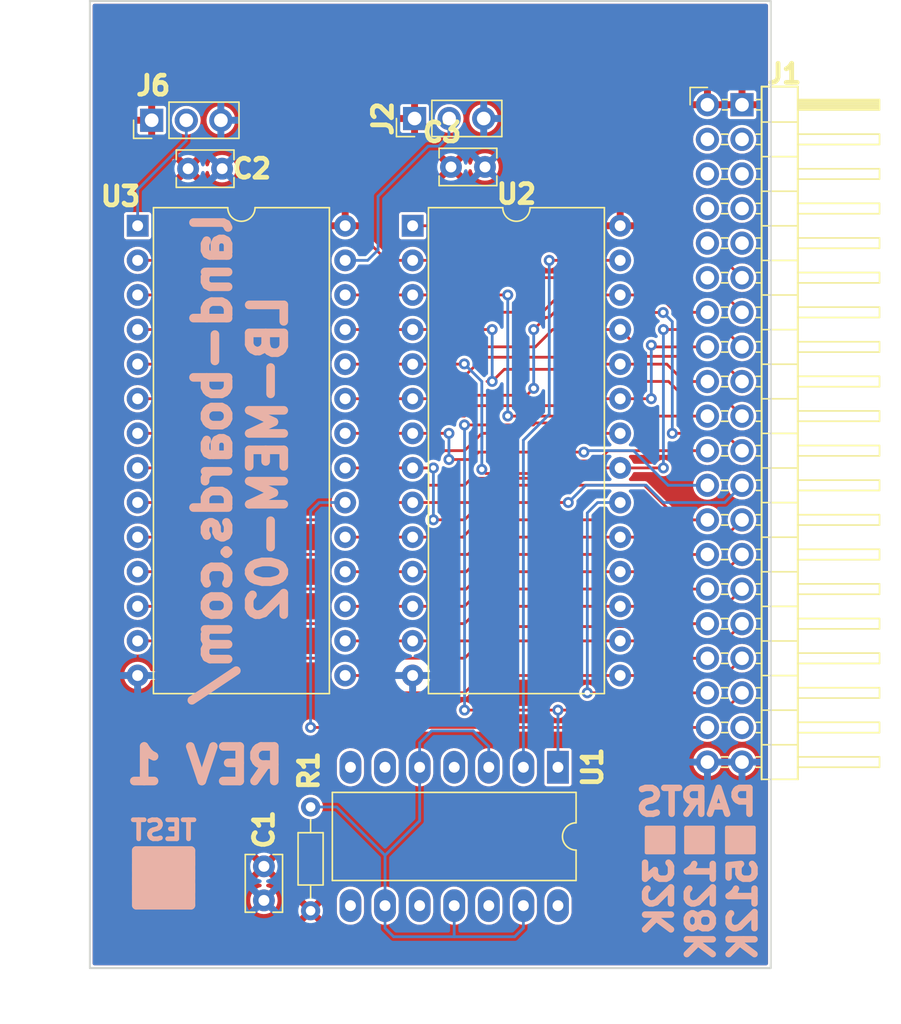
<source format=kicad_pcb>
(kicad_pcb (version 20211014) (generator pcbnew)
  (title_block (title "LB-MEM-01") (date "2022-09-07") (rev "1") (company "land-boards.com"))
  (layers (0 "F.Cu" signal) (31 "B.Cu" signal) (34 "B.Paste" user) (35 "F.Paste" user) (36 "B.SilkS" user "B.Silkscreen") (37 "F.SilkS" user "F.Silkscreen") (38 "B.Mask" user) (39 "F.Mask" user) (44 "Edge.Cuts" user))
  (net 0 "")
  (net 1 "GND")
  (net 2 "/CPUA11")
  (net 3 "/CPUA12")
  (net 4 "/CPUA13")
  (net 5 "/CPUA14")
  (net 6 "/CPUA15")
  (net 7 "/CPUD4")
  (net 8 "/CPUD3")
  (net 9 "/CPUD5")
  (net 10 "/CPUD6")
  (net 11 "/CPUA0")
  (net 12 "/CPUA1")
  (net 13 "/CPUD2")
  (net 14 "/CPUA2")
  (net 15 "/CPUD7")
  (net 16 "/CPUA3")
  (net 17 "/CPUD0")
  (net 18 "/CPUA4")
  (net 19 "/CPUD1")
  (net 20 "/CPUA5")
  (net 21 "/CPUA6")
  (net 22 "/CPUA7")
  (net 23 "/CPUA8")
  (net 24 "/CPUA9")
  (net 25 "/CPUA10")
  (net 26 "/CPUA18")
  (net 27 "/CPUA16")
  (net 28 "/CPUA17")
  (net 29 "/~{MEMRD}")
  (net 30 "/~{MEMWR}")
  (net 31 "/CPUA22")
  (net 32 "/CPUA23")
  (net 33 "/CPUA20")
  (net 34 "/CPUA21")
  (net 35 "/CPUA19")
  (net 36 "VCC")
  (net 37 "/~{IOCS}")
  (net 38 "/~{RAMCS}")
  (net 39 "/~{ROMCS}")
  (net 40 "/EE_PIN27")
  (net 41 "/EE_PIN1")
  (net 42 "Net-(R1-Pad2)")
  (footprint "Package_DIP:DIP-28_W15.24mm" (layer "F.Cu") (at 155.702 63.5)
    (fp_text reference "U2" (at 7.62 -2.33) (layer "F.SilkS") (effects (font (size 1.397 1.397) (thickness 0.34925))))
    (fp_text value "HM62256BLP")
    (pad "1" thru_hole rect (at 0 0) (size 1.6 1.6) (drill 0.8) (layers *.Cu *.Mask) (net 5 "/CPUA14"))
    (pad "2" thru_hole oval (at 0 2.54) (size 1.6 1.6) (drill 0.8) (layers *.Cu *.Mask) (net 3 "/CPUA12"))
    (pad "3" thru_hole oval (at 0 5.08) (size 1.6 1.6) (drill 0.8) (layers *.Cu *.Mask) (net 22 "/CPUA7"))
    (pad "4" thru_hole oval (at 0 7.62) (size 1.6 1.6) (drill 0.8) (layers *.Cu *.Mask) (net 21 "/CPUA6"))
    (pad "5" thru_hole oval (at 0 10.16) (size 1.6 1.6) (drill 0.8) (layers *.Cu *.Mask) (net 20 "/CPUA5"))
    (pad "6" thru_hole oval (at 0 12.7) (size 1.6 1.6) (drill 0.8) (layers *.Cu *.Mask) (net 18 "/CPUA4"))
    (pad "7" thru_hole oval (at 0 15.24) (size 1.6 1.6) (drill 0.8) (layers *.Cu *.Mask) (net 16 "/CPUA3"))
    (pad "8" thru_hole oval (at 0 17.78) (size 1.6 1.6) (drill 0.8) (layers *.Cu *.Mask) (net 14 "/CPUA2"))
    (pad "9" thru_hole oval (at 0 20.32) (size 1.6 1.6) (drill 0.8) (layers *.Cu *.Mask) (net 12 "/CPUA1"))
    (pad "10" thru_hole oval (at 0 22.86) (size 1.6 1.6) (drill 0.8) (layers *.Cu *.Mask) (net 11 "/CPUA0"))
    (pad "11" thru_hole oval (at 0 25.4) (size 1.6 1.6) (drill 0.8) (layers *.Cu *.Mask) (net 17 "/CPUD0"))
    (pad "12" thru_hole oval (at 0 27.94) (size 1.6 1.6) (drill 0.8) (layers *.Cu *.Mask) (net 19 "/CPUD1"))
    (pad "13" thru_hole oval (at 0 30.48) (size 1.6 1.6) (drill 0.8) (layers *.Cu *.Mask) (net 13 "/CPUD2"))
    (pad "14" thru_hole oval (at 0 33.02) (size 1.6 1.6) (drill 0.8) (layers *.Cu *.Mask) (net 1 "GND"))
    (pad "15" thru_hole oval (at 15.24 33.02) (size 1.6 1.6) (drill 0.8) (layers *.Cu *.Mask) (net 8 "/CPUD3"))
    (pad "16" thru_hole oval (at 15.24 30.48) (size 1.6 1.6) (drill 0.8) (layers *.Cu *.Mask) (net 7 "/CPUD4"))
    (pad "17" thru_hole oval (at 15.24 27.94) (size 1.6 1.6) (drill 0.8) (layers *.Cu *.Mask) (net 9 "/CPUD5"))
    (pad "18" thru_hole oval (at 15.24 25.4) (size 1.6 1.6) (drill 0.8) (layers *.Cu *.Mask) (net 10 "/CPUD6"))
    (pad "19" thru_hole oval (at 15.24 22.86) (size 1.6 1.6) (drill 0.8) (layers *.Cu *.Mask) (net 15 "/CPUD7"))
    (pad "20" thru_hole oval (at 15.24 20.32) (size 1.6 1.6) (drill 0.8) (layers *.Cu *.Mask) (net 38 "/~{RAMCS}"))
    (pad "21" thru_hole oval (at 15.24 17.78) (size 1.6 1.6) (drill 0.8) (layers *.Cu *.Mask) (net 25 "/CPUA10"))
    (pad "22" thru_hole oval (at 15.24 15.24) (size 1.6 1.6) (drill 0.8) (layers *.Cu *.Mask) (net 29 "/~{MEMRD}"))
    (pad "23" thru_hole oval (at 15.24 12.7) (size 1.6 1.6) (drill 0.8) (layers *.Cu *.Mask) (net 2 "/CPUA11"))
    (pad "24" thru_hole oval (at 15.24 10.16) (size 1.6 1.6) (drill 0.8) (layers *.Cu *.Mask) (net 24 "/CPUA9"))
    (pad "25" thru_hole oval (at 15.24 7.62) (size 1.6 1.6) (drill 0.8) (layers *.Cu *.Mask) (net 23 "/CPUA8"))
    (pad "26" thru_hole oval (at 15.24 5.08) (size 1.6 1.6) (drill 0.8) (layers *.Cu *.Mask) (net 4 "/CPUA13"))
    (pad "27" thru_hole oval (at 15.24 2.54) (size 1.6 1.6) (drill 0.8) (layers *.Cu *.Mask) (net 30 "/~{MEMWR}"))
    (pad "28" thru_hole oval (at 15.24 0) (size 1.6 1.6) (drill 0.8) (layers *.Cu *.Mask) (net 36 "VCC"))
  )
  (footprint "LandBoards_Conns:PinHeader_2x20_P2.54mm_Horizontal-FLIPPED" (layer "F.Cu") (at 177.35 54.615)
    (fp_text reference "J1" (at 5.655 -2.27) (layer "F.SilkS") (effects (font (size 1.397 1.397) (thickness 0.34925))))
    (fp_text value "Conn_02x20_Odd_Even")
    (pad "1" thru_hole rect (at 2.54 0) (size 1.7 1.7) (drill 1) (layers *.Cu *.Mask) (net 36 "VCC"))
    (pad "2" thru_hole oval (at 0 0) (size 1.7 1.7) (drill 1) (layers *.Cu *.Mask) (net 36 "VCC"))
    (pad "3" thru_hole oval (at 2.54 2.54) (size 1.7 1.7) (drill 1) (layers *.Cu *.Mask) (net 31 "/CPUA22"))
    (pad "4" thru_hole oval (at 0 2.54) (size 1.7 1.7) (drill 1) (layers *.Cu *.Mask) (net 32 "/CPUA23"))
    (pad "5" thru_hole oval (at 2.54 5.08) (size 1.7 1.7) (drill 1) (layers *.Cu *.Mask) (net 33 "/CPUA20"))
    (pad "6" thru_hole oval (at 0 5.08) (size 1.7 1.7) (drill 1) (layers *.Cu *.Mask) (net 34 "/CPUA21"))
    (pad "7" thru_hole oval (at 2.54 7.62) (size 1.7 1.7) (drill 1) (layers *.Cu *.Mask) (net 26 "/CPUA18"))
    (pad "8" thru_hole oval (at 0 7.62) (size 1.7 1.7) (drill 1) (layers *.Cu *.Mask) (net 35 "/CPUA19"))
    (pad "9" thru_hole oval (at 2.54 10.16) (size 1.7 1.7) (drill 1) (layers *.Cu *.Mask) (net 27 "/CPUA16"))
    (pad "10" thru_hole oval (at 0 10.16) (size 1.7 1.7) (drill 1) (layers *.Cu *.Mask) (net 28 "/CPUA17"))
    (pad "11" thru_hole oval (at 2.54 12.7) (size 1.7 1.7) (drill 1) (layers *.Cu *.Mask) (net 5 "/CPUA14"))
    (pad "12" thru_hole oval (at 0 12.7) (size 1.7 1.7) (drill 1) (layers *.Cu *.Mask) (net 6 "/CPUA15"))
    (pad "13" thru_hole oval (at 2.54 15.24) (size 1.7 1.7) (drill 1) (layers *.Cu *.Mask) (net 3 "/CPUA12"))
    (pad "14" thru_hole oval (at 0 15.24) (size 1.7 1.7) (drill 1) (layers *.Cu *.Mask) (net 4 "/CPUA13"))
    (pad "15" thru_hole oval (at 2.54 17.78) (size 1.7 1.7) (drill 1) (layers *.Cu *.Mask) (net 25 "/CPUA10"))
    (pad "16" thru_hole oval (at 0 17.78) (size 1.7 1.7) (drill 1) (layers *.Cu *.Mask) (net 2 "/CPUA11"))
    (pad "17" thru_hole oval (at 2.54 20.32) (size 1.7 1.7) (drill 1) (layers *.Cu *.Mask) (net 23 "/CPUA8"))
    (pad "18" thru_hole oval (at 0 20.32) (size 1.7 1.7) (drill 1) (layers *.Cu *.Mask) (net 24 "/CPUA9"))
    (pad "19" thru_hole oval (at 2.54 22.86) (size 1.7 1.7) (drill 1) (layers *.Cu *.Mask) (net 21 "/CPUA6"))
    (pad "20" thru_hole oval (at 0 22.86) (size 1.7 1.7) (drill 1) (layers *.Cu *.Mask) (net 22 "/CPUA7"))
    (pad "21" thru_hole oval (at 2.54 25.4) (size 1.7 1.7) (drill 1) (layers *.Cu *.Mask) (net 18 "/CPUA4"))
    (pad "22" thru_hole oval (at 0 25.4) (size 1.7 1.7) (drill 1) (layers *.Cu *.Mask) (net 20 "/CPUA5"))
    (pad "23" thru_hole oval (at 2.54 27.94) (size 1.7 1.7) (drill 1) (layers *.Cu *.Mask) (net 14 "/CPUA2"))
    (pad "24" thru_hole oval (at 0 27.94) (size 1.7 1.7) (drill 1) (layers *.Cu *.Mask) (net 16 "/CPUA3"))
    (pad "25" thru_hole oval (at 2.54 30.48) (size 1.7 1.7) (drill 1) (layers *.Cu *.Mask) (net 11 "/CPUA0"))
    (pad "26" thru_hole oval (at 0 30.48) (size 1.7 1.7) (drill 1) (layers *.Cu *.Mask) (net 12 "/CPUA1"))
    (pad "27" thru_hole oval (at 2.54 33.02) (size 1.7 1.7) (drill 1) (layers *.Cu *.Mask) (net 17 "/CPUD0"))
    (pad "28" thru_hole oval (at 0 33.02) (size 1.7 1.7) (drill 1) (layers *.Cu *.Mask) (net 15 "/CPUD7"))
    (pad "29" thru_hole oval (at 2.54 35.56) (size 1.7 1.7) (drill 1) (layers *.Cu *.Mask) (net 19 "/CPUD1"))
    (pad "30" thru_hole oval (at 0 35.56) (size 1.7 1.7) (drill 1) (layers *.Cu *.Mask) (net 10 "/CPUD6"))
    (pad "31" thru_hole oval (at 2.54 38.1) (size 1.7 1.7) (drill 1) (layers *.Cu *.Mask) (net 13 "/CPUD2"))
    (pad "32" thru_hole oval (at 0 38.1) (size 1.7 1.7) (drill 1) (layers *.Cu *.Mask) (net 9 "/CPUD5"))
    (pad "33" thru_hole oval (at 2.54 40.64) (size 1.7 1.7) (drill 1) (layers *.Cu *.Mask) (net 8 "/CPUD3"))
    (pad "34" thru_hole oval (at 0 40.64) (size 1.7 1.7) (drill 1) (layers *.Cu *.Mask) (net 7 "/CPUD4"))
    (pad "35" thru_hole oval (at 2.54 43.18) (size 1.7 1.7) (drill 1) (layers *.Cu *.Mask) (net 29 "/~{MEMRD}"))
    (pad "36" thru_hole oval (at 0 43.18) (size 1.7 1.7) (drill 1) (layers *.Cu *.Mask) (net 38 "/~{RAMCS}"))
    (pad "37" thru_hole oval (at 2.54 45.72) (size 1.7 1.7) (drill 1) (layers *.Cu *.Mask) (net 37 "/~{IOCS}"))
    (pad "38" thru_hole oval (at 0 45.72) (size 1.7 1.7) (drill 1) (layers *.Cu *.Mask) (net 39 "/~{ROMCS}"))
    (pad "39" thru_hole oval (at 2.54 48.26) (size 1.7 1.7) (drill 1) (layers *.Cu *.Mask) (net 1 "GND"))
    (pad "40" thru_hole oval (at 0 48.26) (size 1.7 1.7) (drill 1) (layers *.Cu *.Mask) (net 1 "GND"))
  )
  (footprint "Package_DIP:DIP-14_W10.16mm_LongPads" (layer "F.Cu") (at 166.375 103.256 -90)
    (fp_text reference "U1" (at -0.005 -2.535 90) (layer "F.SilkS") (effects (font (size 1.397 1.397) (thickness 0.34925))))
    (fp_text value "74HC04")
    (pad "1" thru_hole rect (at 0 0 270) (size 2.4 1.6) (drill 0.8) (layers *.Cu *.Mask) (net 29 "/~{MEMRD}"))
    (pad "2" thru_hole oval (at 0 2.54 270) (size 2.4 1.6) (drill 0.8) (layers *.Cu *.Mask) (net 30 "/~{MEMWR}"))
    (pad "3" thru_hole oval (at 0 5.08 270) (size 2.4 1.6) (drill 0.8) (layers *.Cu *.Mask) (net 42 "Net-(R1-Pad2)"))
    (pad "4" thru_hole oval (at 0 7.62 270) (size 2.4 1.6) (drill 0.8) (layers *.Cu *.Mask))
    (pad "5" thru_hole oval (at 0 10.16 270) (size 2.4 1.6) (drill 0.8) (layers *.Cu *.Mask) (net 42 "Net-(R1-Pad2)"))
    (pad "6" thru_hole oval (at 0 12.7 270) (size 2.4 1.6) (drill 0.8) (layers *.Cu *.Mask))
    (pad "7" thru_hole oval (at 0 15.24 270) (size 2.4 1.6) (drill 0.8) (layers *.Cu *.Mask))
    (pad "8" thru_hole oval (at 10.16 15.24 270) (size 2.4 1.6) (drill 0.8) (layers *.Cu *.Mask))
    (pad "9" thru_hole oval (at 10.16 12.7 270) (size 2.4 1.6) (drill 0.8) (layers *.Cu *.Mask) (net 42 "Net-(R1-Pad2)"))
    (pad "10" thru_hole oval (at 10.16 10.16 270) (size 2.4 1.6) (drill 0.8) (layers *.Cu *.Mask))
    (pad "11" thru_hole oval (at 10.16 7.62 270) (size 2.4 1.6) (drill 0.8) (layers *.Cu *.Mask) (net 42 "Net-(R1-Pad2)"))
    (pad "12" thru_hole oval (at 10.16 5.08 270) (size 2.4 1.6) (drill 0.8) (layers *.Cu *.Mask))
    (pad "13" thru_hole oval (at 10.16 2.54 270) (size 2.4 1.6) (drill 0.8) (layers *.Cu *.Mask) (net 42 "Net-(R1-Pad2)"))
    (pad "14" thru_hole oval (at 10.16 0 270) (size 2.4 1.6) (drill 0.8) (layers *.Cu *.Mask))
  )
  (footprint "Package_DIP:DIP-28_W15.24mm" (layer "F.Cu") (at 135.507 63.5)
    (fp_text reference "U3" (at -1.263 -2.159) (layer "F.SilkS") (effects (font (size 1.397 1.397) (thickness 0.34925))))
    (fp_text value "27C128")
    (pad "1" thru_hole rect (at 0 0) (size 1.6 1.6) (drill 0.8) (layers *.Cu *.Mask) (net 41 "/EE_PIN1"))
    (pad "2" thru_hole oval (at 0 2.54) (size 1.6 1.6) (drill 0.8) (layers *.Cu *.Mask) (net 3 "/CPUA12"))
    (pad "3" thru_hole oval (at 0 5.08) (size 1.6 1.6) (drill 0.8) (layers *.Cu *.Mask) (net 22 "/CPUA7"))
    (pad "4" thru_hole oval (at 0 7.62) (size 1.6 1.6) (drill 0.8) (layers *.Cu *.Mask) (net 21 "/CPUA6"))
    (pad "5" thru_hole oval (at 0 10.16) (size 1.6 1.6) (drill 0.8) (layers *.Cu *.Mask) (net 20 "/CPUA5"))
    (pad "6" thru_hole oval (at 0 12.7) (size 1.6 1.6) (drill 0.8) (layers *.Cu *.Mask) (net 18 "/CPUA4"))
    (pad "7" thru_hole oval (at 0 15.24) (size 1.6 1.6) (drill 0.8) (layers *.Cu *.Mask) (net 16 "/CPUA3"))
    (pad "8" thru_hole oval (at 0 17.78) (size 1.6 1.6) (drill 0.8) (layers *.Cu *.Mask) (net 14 "/CPUA2"))
    (pad "9" thru_hole oval (at 0 20.32) (size 1.6 1.6) (drill 0.8) (layers *.Cu *.Mask) (net 12 "/CPUA1"))
    (pad "10" thru_hole oval (at 0 22.86) (size 1.6 1.6) (drill 0.8) (layers *.Cu *.Mask) (net 11 "/CPUA0"))
    (pad "11" thru_hole oval (at 0 25.4) (size 1.6 1.6) (drill 0.8) (layers *.Cu *.Mask) (net 17 "/CPUD0"))
    (pad "12" thru_hole oval (at 0 27.94) (size 1.6 1.6) (drill 0.8) (layers *.Cu *.Mask) (net 19 "/CPUD1"))
    (pad "13" thru_hole oval (at 0 30.48) (size 1.6 1.6) (drill 0.8) (layers *.Cu *.Mask) (net 13 "/CPUD2"))
    (pad "14" thru_hole oval (at 0 33.02) (size 1.6 1.6) (drill 0.8) (layers *.Cu *.Mask) (net 1 "GND"))
    (pad "15" thru_hole oval (at 15.24 33.02) (size 1.6 1.6) (drill 0.8) (layers *.Cu *.Mask) (net 8 "/CPUD3"))
    (pad "16" thru_hole oval (at 15.24 30.48) (size 1.6 1.6) (drill 0.8) (layers *.Cu *.Mask) (net 7 "/CPUD4"))
    (pad "17" thru_hole oval (at 15.24 27.94) (size 1.6 1.6) (drill 0.8) (layers *.Cu *.Mask) (net 9 "/CPUD5"))
    (pad "18" thru_hole oval (at 15.24 25.4) (size 1.6 1.6) (drill 0.8) (layers *.Cu *.Mask) (net 10 "/CPUD6"))
    (pad "19" thru_hole oval (at 15.24 22.86) (size 1.6 1.6) (drill 0.8) (layers *.Cu *.Mask) (net 15 "/CPUD7"))
    (pad "20" thru_hole oval (at 15.24 20.32) (size 1.6 1.6) (drill 0.8) (layers *.Cu *.Mask) (net 39 "/~{ROMCS}"))
    (pad "21" thru_hole oval (at 15.24 17.78) (size 1.6 1.6) (drill 0.8) (layers *.Cu *.Mask) (net 25 "/CPUA10"))
    (pad "22" thru_hole oval (at 15.24 15.24) (size 1.6 1.6) (drill 0.8) (layers *.Cu *.Mask) (net 29 "/~{MEMRD}"))
    (pad "23" thru_hole oval (at 15.24 12.7) (size 1.6 1.6) (drill 0.8) (layers *.Cu *.Mask) (net 2 "/CPUA11"))
    (pad "24" thru_hole oval (at 15.24 10.16) (size 1.6 1.6) (drill 0.8) (layers *.Cu *.Mask) (net 24 "/CPUA9"))
    (pad "25" thru_hole oval (at 15.24 7.62) (size 1.6 1.6) (drill 0.8) (layers *.Cu *.Mask) (net 23 "/CPUA8"))
    (pad "26" thru_hole oval (at 15.24 5.08) (size 1.6 1.6) (drill 0.8) (layers *.Cu *.Mask) (net 4 "/CPUA13"))
    (pad "27" thru_hole oval (at 15.24 2.54) (size 1.6 1.6) (drill 0.8) (layers *.Cu *.Mask) (net 40 "/EE_PIN27"))
    (pad "28" thru_hole oval (at 15.24 0) (size 1.6 1.6) (drill 0.8) (layers *.Cu *.Mask) (net 36 "VCC"))
  )
  (footprint "Capacitor_THT:C_Rect_L4.0mm_W2.5mm_P2.50mm" (layer "F.Cu") (at 144.78 113.03 90)
    (fp_text reference "C1" (at 5.207 0 270) (layer "F.SilkS") (effects (font (size 1.397 1.397) (thickness 0.34925))))
    (fp_text value "0.1uF")
    (pad "1" thru_hole circle (at 0 0 90) (size 1.6 1.6) (drill 0.8) (layers *.Cu *.Mask) (net 1 "GND"))
    (pad "2" thru_hole circle (at 2.5 0 90) (size 1.6 1.6) (drill 0.8) (layers *.Cu *.Mask) (net 36 "VCC"))
  )
  (footprint "Capacitor_THT:C_Rect_L4.0mm_W2.5mm_P2.50mm" (layer "F.Cu") (at 141.712 59.309 180)
    (fp_text reference "C2" (at -2.179 0) (layer "F.SilkS") (effects (font (size 1.397 1.397) (thickness 0.34925))))
    (fp_text value "0.1uF")
    (pad "1" thru_hole circle (at 0 0 180) (size 1.6 1.6) (drill 0.8) (layers *.Cu *.Mask) (net 1 "GND"))
    (pad "2" thru_hole circle (at 2.5 0 180) (size 1.6 1.6) (drill 0.8) (layers *.Cu *.Mask) (net 36 "VCC"))
  )
  (footprint "Connector_PinHeader_2.54mm:PinHeader_1x03_P2.54mm_Vertical" (layer "F.Cu") (at 136.54 55.753 90)
    (fp_text reference "J6" (at 2.54 0.112 180) (layer "F.SilkS") (effects (font (size 1.397 1.397) (thickness 0.34925))))
    (fp_text value "Conn_01x03")
    (pad "1" thru_hole rect (at 0 0 90) (size 1.7 1.7) (drill 1) (layers *.Cu *.Mask) (net 36 "VCC"))
    (pad "2" thru_hole oval (at 0 2.54 90) (size 1.7 1.7) (drill 1) (layers *.Cu *.Mask) (net 41 "/EE_PIN1"))
    (pad "3" thru_hole oval (at 0 5.08 90) (size 1.7 1.7) (drill 1) (layers *.Cu *.Mask) (net 1 "GND"))
  )
  (footprint "Connector_PinHeader_2.54mm:PinHeader_1x03_P2.54mm_Vertical" (layer "F.Cu") (at 155.844 55.626 90)
    (fp_text reference "J2" (at 0 -2.33 90) (layer "F.SilkS") (effects (font (size 1.397 1.397) (thickness 0.34925))))
    (fp_text value "Conn_01x03")
    (pad "1" thru_hole rect (at 0 0 90) (size 1.7 1.7) (drill 1) (layers *.Cu *.Mask) (net 36 "VCC"))
    (pad "2" thru_hole oval (at 0 2.54 90) (size 1.7 1.7) (drill 1) (layers *.Cu *.Mask) (net 40 "/EE_PIN27"))
    (pad "3" thru_hole oval (at 0 5.08 90) (size 1.7 1.7) (drill 1) (layers *.Cu *.Mask) (net 1 "GND"))
  )
  (footprint "LandBoards_Marking:TEST_BLK-REAR" (layer "F.Cu") (at 137.414 111.379)
    (fp_text reference "TEST" (at 0 -3.5) (layer "B.SilkS") (effects (font (size 1.397 1.397) (thickness 0.34925)) (justify mirror)))
    (fp_text value "COUPON" hide)
  )
  (footprint "Resistor_THT:R_Axial_DIN0204_L3.6mm_D1.6mm_P7.62mm_Horizontal" (layer "F.Cu") (at 148.209 113.792 90)
    (fp_text reference "R1" (at 10.287 -0.127 270) (layer "F.SilkS") (effects (font (size 1.397 1.397) (thickness 0.34925))))
    (fp_text value "2.7K")
    (pad "1" thru_hole circle (at 0 0 90) (size 1.4 1.4) (drill 0.7) (layers *.Cu *.Mask) (net 36 "VCC"))
    (pad "2" thru_hole oval (at 7.62 0 90) (size 1.4 1.4) (drill 0.7) (layers *.Cu *.Mask) (net 42 "Net-(R1-Pad2)"))
  )
  (footprint "Capacitor_THT:C_Rect_L4.0mm_W2.5mm_P2.50mm" (layer "F.Cu") (at 161.016 59.182 180)
    (fp_text reference "C3" (at 3.155 2.54) (layer "F.SilkS") (effects (font (size 1.397 1.397) (thickness 0.34925))))
    (fp_text value "0.1uF")
    (pad "1" thru_hole circle (at 0 0 180) (size 1.6 1.6) (drill 0.8) (layers *.Cu *.Mask) (net 1 "GND"))
    (pad "2" thru_hole circle (at 2.5 0 180) (size 1.6 1.6) (drill 0.8) (layers *.Cu *.Mask) (net 36 "VCC"))
  )
  (gr_rect (start 132 47) (end 182 118) (layer "Edge.Cuts") (width 0.15) (fill none))
  (gr_text "land-boards.com/\nLB-MEM-02" (at 143.0528 80.6196 90) (layer "B.SilkS") (effects (font (size 2.54 2.54) (thickness 0.635)) (justify mirror)))
  (gr_text "REV 1" (at 140.462 103.124) (layer "B.SilkS") (effects (font (size 2.54 2.54) (thickness 0.635)) (justify mirror)))
  (gr_text "32K\n128K\n512K" (at 176.8856 109.6772 90) (layer "B.SilkS") (effects (font (size 1.905 1.905) (thickness 0.47625)) (justify left mirror)))
  (gr_text "PARTS" (at 181.2036 105.8164) (layer "B.SilkS") (effects (font (size 1.905 1.905) (thickness 0.47625)) (justify left mirror)))
  (segment (start 135.507 96.52) (end 139.832 96.52) (width 0.2032) (layer "F.Cu") (net 1))
  (segment (start 141.102 95.25) (end 152.532 95.25) (width 0.2032) (layer "F.Cu") (net 1))
  (segment (start 139.832 96.52) (end 141.102 95.25) (width 0.2032) (layer "F.Cu") (net 1))
  (segment (start 153.802 96.52) (end 155.702 96.52) (width 0.2032) (layer "F.Cu") (net 1))
  (segment (start 152.532 95.25) (end 153.802 96.52) (width 0.2032) (layer "F.Cu") (net 1))
  (segment (start 173.36 72.395) (end 173.228 72.263) (width 0.2032) (layer "F.Cu") (net 2))
  (segment (start 153.802 77.47) (end 152.532 76.2) (width 0.2032) (layer "F.Cu") (net 2))
  (segment (start 159.517 77.47) (end 153.802 77.47) (width 0.2032) (layer "F.Cu") (net 2))
  (segment (start 152.532 76.2) (end 150.747 76.2) (width 0.2032) (layer "F.Cu") (net 2))
  (segment (start 160.279 76.708) (end 159.517 77.47) (width 0.2032) (layer "F.Cu") (net 2))
  (segment (start 170.942 76.2) (end 167.513 76.2) (width 0.2032) (layer "F.Cu") (net 2))
  (segment (start 167.513 76.2) (end 167.005 76.708) (width 0.2032) (layer "F.Cu") (net 2))
  (segment (start 167.005 76.708) (end 160.279 76.708) (width 0.2032) (layer "F.Cu") (net 2))
  (segment (start 173.228 76.2) (end 170.942 76.2) (width 0.2032) (layer "F.Cu") (net 2))
  (segment (start 177.35 72.395) (end 173.36 72.395) (width 0.2032) (layer "F.Cu") (net 2))
  (via (at 173.228 72.263) (size 0.8) (drill 0.4) (layers "F.Cu" "B.Cu") (net 2))
  (via (at 173.228 76.2) (size 0.8) (drill 0.4) (layers "F.Cu" "B.Cu") (net 2))
  (segment (start 173.228 72.263) (end 173.228 76.2) (width 0.2032) (layer "B.Cu") (net 2))
  (segment (start 159.639 66.04) (end 155.702 66.04) (width 0.2032) (layer "F.Cu") (net 3))
  (segment (start 152.532 64.77) (end 153.802 66.04) (width 0.2032) (layer "F.Cu") (net 3))
  (segment (start 179.89 69.855) (end 178.615 68.58) (width 0.2032) (layer "F.Cu") (net 3))
  (segment (start 139.832 66.04) (end 141.102 64.77) (width 0.2032) (layer "F.Cu") (net 3))
  (segment (start 174.117 67.437) (end 174.117 67.31) (width 0.2032) (layer "F.Cu") (net 3))
  (segment (start 135.507 66.04) (end 139.832 66.04) (width 0.2032) (layer "F.Cu") (net 3))
  (segment (start 160.909 67.31) (end 159.639 66.04) (width 0.2032) (layer "F.Cu") (net 3))
  (segment (start 174.117 67.31) (end 160.909 67.31) (width 0.2032) (layer "F.Cu") (net 3))
  (segment (start 141.102 64.77) (end 152.532 64.77) (width 0.2032) (layer "F.Cu") (net 3))
  (segment (start 175.26 68.58) (end 174.117 67.437) (width 0.2032) (layer "F.Cu") (net 3))
  (segment (start 178.615 68.58) (end 175.26 68.58) (width 0.2032) (layer "F.Cu") (net 3))
  (segment (start 153.802 66.04) (end 155.702 66.04) (width 0.2032) (layer "F.Cu") (net 3))
  (segment (start 150.747 68.58) (end 152.532 68.58) (width 0.2032) (layer "F.Cu") (net 4))
  (segment (start 170.942 68.58) (end 173.736 68.58) (width 0.2032) (layer "F.Cu") (net 4))
  (segment (start 177.35 69.855) (end 175.011 69.855) (width 0.2032) (layer "F.Cu") (net 4))
  (segment (start 152.532 68.58) (end 153.802 69.85) (width 0.2032) (layer "F.Cu") (net 4))
  (segment (start 165.227 69.85) (end 166.497 68.58) (width 0.2032) (layer "F.Cu") (net 4))
  (segment (start 175.011 69.855) (end 173.736 68.58) (width 0.2032) (layer "F.Cu") (net 4))
  (segment (start 153.802 69.85) (end 165.227 69.85) (width 0.2032) (layer "F.Cu") (net 4))
  (segment (start 166.497 68.58) (end 170.942 68.58) (width 0.2032) (layer "F.Cu") (net 4))
  (segment (start 175.006 66.04) (end 173.736 64.77) (width 0.2032) (layer "F.Cu") (net 5))
  (segment (start 178.615 66.04) (end 175.006 66.04) (width 0.2032) (layer "F.Cu") (net 5))
  (segment (start 160.909 64.77) (end 159.639 63.5) (width 0.2032) (layer "F.Cu") (net 5))
  (segment (start 159.639 63.5) (end 155.702 63.5) (width 0.2032) (layer "F.Cu") (net 5))
  (segment (start 173.736 64.77) (end 160.909 64.77) (width 0.2032) (layer "F.Cu") (net 5))
  (segment (start 179.89 67.315) (end 178.615 66.04) (width 0.2032) (layer "F.Cu") (net 5))
  (segment (start 173.355 94.107) (end 173.355 93.98) (width 0.2032) (layer "F.Cu") (net 7))
  (segment (start 150.747 93.98) (end 152.532 93.98) (width 0.2032) (layer "F.Cu") (net 7))
  (segment (start 177.35 95.255) (end 174.503 95.255) (width 0.2032) (layer "F.Cu") (net 7))
  (segment (start 152.532 93.98) (end 153.802 95.25) (width 0.2032) (layer "F.Cu") (net 7))
  (segment (start 160.787 93.98) (end 170.942 93.98) (width 0.2032) (layer "F.Cu") (net 7))
  (segment (start 170.942 93.98) (end 173.355 93.98) (width 0.2032) (layer "F.Cu") (net 7))
  (segment (start 174.503 95.255) (end 173.355 94.107) (width 0.2032) (layer "F.Cu") (net 7))
  (segment (start 153.802 95.25) (end 159.517 95.25) (width 0.2032) (layer "F.Cu") (net 7))
  (segment (start 159.517 95.25) (end 160.787 93.98) (width 0.2032) (layer "F.Cu") (net 7))
  (segment (start 152.532 96.52) (end 153.802 97.79) (width 0.2032) (layer "F.Cu") (net 8))
  (segment (start 159.517 97.79) (end 160.787 96.52) (width 0.2032) (layer "F.Cu") (net 8))
  (segment (start 160.787 96.52) (end 170.942 96.52) (width 0.2032) (layer "F.Cu") (net 8))
  (segment (start 178.625 96.52) (end 179.89 95.255) (width 0.2032) (layer "F.Cu") (net 8))
  (segment (start 153.802 97.79) (end 159.517 97.79) (width 0.2032) (layer "F.Cu") (net 8))
  (segment (start 170.942 96.52) (end 178.625 96.52) (width 0.2032) (layer "F.Cu") (net 8))
  (segment (start 150.747 96.52) (end 152.532 96.52) (width 0.2032) (layer "F.Cu") (net 8))
  (segment (start 160.787 91.44) (end 170.942 91.44) (width 0.2032) (layer "F.Cu") (net 9))
  (segment (start 174.63 92.715) (end 173.355 91.44) (width 0.2032) (layer "F.Cu") (net 9))
  (segment (start 152.532 91.44) (end 153.802 92.71) (width 0.2032) (layer "F.Cu") (net 9))
  (segment (start 153.802 92.71) (end 159.517 92.71) (width 0.2032) (layer "F.Cu") (net 9))
  (segment (start 177.35 92.715) (end 174.63 92.715) (width 0.2032) (layer "F.Cu") (net 9))
  (segment (start 159.517 92.71) (end 160.787 91.44) (width 0.2032) (layer "F.Cu") (net 9))
  (segment (start 150.747 91.44) (end 152.532 91.44) (width 0.2032) (layer "F.Cu") (net 9))
  (segment (start 170.942 91.44) (end 173.355 91.44) (width 0.2032) (layer "F.Cu") (net 9))
  (segment (start 174.376 90.175) (end 173.101 88.9) (width 0.2032) (layer "F.Cu") (net 10))
  (segment (start 160.909 88.9) (end 159.639 90.17) (width 0.2032) (layer "F.Cu") (net 10))
  (segment (start 170.942 88.9) (end 173.101 88.9) (width 0.2032) (layer "F.Cu") (net 10))
  (segment (start 170.942 88.9) (end 160.909 88.9) (width 0.2032) (layer "F.Cu") (net 10))
  (segment (start 177.35 90.175) (end 174.376 90.175) (width 0.2032) (layer "F.Cu") (net 10))
  (segment (start 152.527 88.9) (end 153.797 90.17) (width 0.2032) (layer "F.Cu") (net 10))
  (segment (start 150.747 88.9) (end 152.527 88.9) (width 0.2032) (layer "F.Cu") (net 10))
  (segment (start 153.797 90.17) (end 159.639 90.17) (width 0.2032) (layer "F.Cu") (net 10))
  (segment (start 173.355 85.09) (end 160.655 85.09) (width 0.2032) (layer "F.Cu") (net 11))
  (segment (start 153.802 86.36) (end 155.702 86.36) (width 0.2032) (layer "F.Cu") (net 11))
  (segment (start 152.532 85.09) (end 153.802 86.36) (width 0.2032) (layer "F.Cu") (net 11))
  (segment (start 178.625 86.36) (end 174.625 86.36) (width 0.2032) (layer "F.Cu") (net 11))
  (segment (start 174.625 86.36) (end 173.355 85.09) (width 0.2032) (layer "F.Cu") (net 11))
  (segment (start 141.102 85.09) (end 152.532 85.09) (width 0.2032) (layer "F.Cu") (net 11))
  (segment (start 159.385 86.36) (end 155.702 86.36) (width 0.2032) (layer "F.Cu") (net 11))
  (segment (start 179.89 85.095) (end 178.625 86.36) (width 0.2032) (layer "F.Cu") (net 11))
  (segment (start 135.507 86.36) (end 139.832 86.36) (width 0.2032) (layer "F.Cu") (net 11))
  (segment (start 160.655 85.09) (end 159.385 86.36) (width 0.2032) (layer "F.Cu") (net 11))
  (segment (start 139.832 86.36) (end 141.102 85.09) (width 0.2032) (layer "F.Cu") (net 11))
  (segment (start 177.35 85.095) (end 175.265 85.095) (width 0.2032) (layer "F.Cu") (net 12))
  (segment (start 175.265 85.095) (end 172.72 82.55) (width 0.2032) (layer "F.Cu") (net 12))
  (segment (start 155.702 83.82) (end 160.02 83.82) (width 0.2032) (layer "F.Cu") (net 12))
  (segment (start 141.102 82.55) (end 152.532 82.55) (width 0.2032) (layer "F.Cu") (net 12))
  (segment (start 139.832 83.82) (end 141.102 82.55) (width 0.2032) (layer "F.Cu") (net 12))
  (segment (start 153.802 83.82) (end 155.702 83.82) (width 0.2032) (layer "F.Cu") (net 12))
  (segment (start 161.29 82.55) (end 172.72 82.55) (width 0.2032) (layer "F.Cu") (net 12))
  (segment (start 160.02 83.82) (end 161.29 82.55) (width 0.2032) (layer "F.Cu") (net 12))
  (segment (start 152.532 82.55) (end 153.802 83.82) (width 0.2032) (layer "F.Cu") (net 12))
  (segment (start 135.507 83.82) (end 139.832 83.82) (width 0.2032) (layer "F.Cu") (net 12))
  (segment (start 155.702 93.98) (end 160.284784 93.98) (width 0.2032) (layer "F.Cu") (net 13))
  (segment (start 174.446022 93.98) (end 173.392511 92.926489) (width 0.2032) (layer "F.Cu") (net 13))
  (segment (start 161.338295 92.926489) (end 173.392511 92.926489) (width 0.2032) (layer "F.Cu") (net 13))
  (segment (start 152.532 92.71) (end 153.802 93.98) (width 0.2032) (layer "F.Cu") (net 13))
  (segment (start 141.102 92.71) (end 152.532 92.71) (width 0.2032) (layer "F.Cu") (net 13))
  (segment (start 178.625 93.98) (end 174.446022 93.98) (width 0.2032) (layer "F.Cu") (net 13))
  (segment (start 153.802 93.98) (end 155.702 93.98) (width 0.2032) (layer "F.Cu") (net 13))
  (segment (start 160.284784 93.98) (end 161.338295 92.926489) (width 0.2032) (layer "F.Cu") (net 13))
  (segment (start 139.832 93.98) (end 141.102 92.71) (width 0.2032) (layer "F.Cu") (net 13))
  (segment (start 178.625 93.98) (end 179.89 92.715) (width 0.2032) (layer "F.Cu") (net 13))
  (segment (start 135.507 93.98) (end 139.832 93.98) (width 0.2032) (layer "F.Cu") (net 13))
  (segment (start 157.226 81.28) (end 155.702 81.28) (width 0.2032) (layer "F.Cu") (net 14))
  (segment (start 159.512 85.09) (end 157.226 85.09) (width 0.2032) (layer "F.Cu") (net 14))
  (segment (start 141.102 80.01) (end 152.532 80.01) (width 0.2032) (layer "F.Cu") (net 14))
  (segment (start 135.507 81.28) (end 139.832 81.28) (width 0.2032) (layer "F.Cu") (net 14))
  (segment (start 152.532 80.01) (end 153.802 81.28) (width 0.2032) (layer "F.Cu") (net 14))
  (segment (start 167.132 83.82) (end 160.782 83.82) (width 0.2032) (layer "F.Cu") (net 14))
  (segment (start 153.802 81.28) (end 155.702 81.28) (width 0.2032) (layer "F.Cu") (net 14))
  (segment (start 160.782 83.82) (end 159.512 85.09) (width 0.2032) (layer "F.Cu") (net 14))
  (segment (start 139.832 81.28) (end 141.102 80.01) (width 0.2032) (layer "F.Cu") (net 14))
  (via (at 167.132 83.82) (size 0.8) (drill 0.4) (layers "F.Cu" "B.Cu") (net 14))
  (via (at 157.226 85.09) (size 0.8) (drill 0.4) (layers "F.Cu" "B.Cu") (net 14))
  (via (at 157.226 81.28) (size 0.8) (drill 0.4) (layers "F.Cu" "B.Cu") (net 14))
  (segment (start 168.402 82.55) (end 167.132 83.82) (width 0.2032) (layer "B.Cu") (net 14))
  (segment (start 172.847 82.55) (end 168.402 82.55) (width 0.2032) (layer "B.Cu") (net 14))
  (segment (start 157.226 85.09) (end 157.226 81.28) (width 0.2032) (layer "B.Cu") (net 14))
  (segment (start 178.625 83.82) (end 174.117 83.82) (width 0.2032) (layer "B.Cu") (net 14))
  (segment (start 174.117 83.82) (end 172.847 82.55) (width 0.2032) (layer "B.Cu") (net 14))
  (segment (start 179.89 82.555) (end 178.625 83.82) (width 0.2032) (layer "B.Cu") (net 14))
  (segment (start 150.747 86.36) (end 152.532 86.36) (width 0.2032) (layer "F.Cu") (net 15))
  (segment (start 174.249 87.635) (end 172.974 86.36) (width 0.2032) (layer "F.Cu") (net 15))
  (segment (start 152.532 86.36) (end 153.802 87.63) (width 0.2032) (layer "F.Cu") (net 15))
  (segment (start 161.036 86.36) (end 159.766 87.63) (width 0.2032) (layer "F.Cu") (net 15))
  (segment (start 153.802 87.63) (end 159.766 87.63) (width 0.2032) (layer "F.Cu") (net 15))
  (segment (start 170.942 86.36) (end 172.974 86.36) (width 0.2032) (layer "F.Cu") (net 15))
  (segment (start 170.942 86.36) (end 161.036 86.36) (width 0.2032) (layer "F.Cu") (net 15))
  (segment (start 177.35 87.635) (end 174.249 87.635) (width 0.2032) (layer "F.Cu") (net 15))
  (segment (start 139.832 78.74) (end 141.102 77.47) (width 0.2032) (layer "F.Cu") (net 16))
  (segment (start 153.802 78.74) (end 155.702 78.74) (width 0.2032) (layer "F.Cu") (net 16))
  (segment (start 160.0015 80.6635) (end 158.369 80.6635) (width 0.2032) (layer "F.Cu") (net 16))
  (segment (start 168.275 80.1185) (end 160.5465 80.1185) (width 0.2032) (layer "F.Cu") (net 16))
  (segment (start 135.507 78.74) (end 139.832 78.74) (width 0.2032) (layer "F.Cu") (net 16))
  (segment (start 141.102 77.47) (end 152.532 77.47) (width 0.2032) (layer "F.Cu") (net 16))
  (segment (start 155.702 78.74) (end 158.369 78.74) (width 0.2032) (layer "F.Cu") (net 16))
  (segment (start 160.5465 80.1185) (end 160.0015 80.6635) (width 0.2032) (layer "F.Cu") (net 16))
  (segment (start 152.532 77.47) (end 153.802 78.74) (width 0.2032) (layer "F.Cu") (net 16))
  (via (at 168.275 80.1185) (size 0.8) (drill 0.4) (layers "F.Cu" "B.Cu") (net 16))
  (via (at 158.369 80.6635) (size 0.8) (drill 0.4) (layers "F.Cu" "B.Cu") (net 16))
  (via (at 158.369 78.74) (size 0.8) (drill 0.4) (layers "F.Cu" "B.Cu") (net 16))
  (segment (start 170.561 80.01) (end 168.3835 80.01) (width 0.2032) (layer "B.Cu") (net 16))
  (segment (start 168.3835 80.01) (end 168.275 80.1185) (width 0.2032) (layer "B.Cu") (net 16))
  (segment (start 174.467795 82.555) (end 171.922795 80.01) (width 0.2032) (layer "B.Cu") (net 16))
  (segment (start 177.35 82.555) (end 174.467795 82.555) (width 0.2032) (layer "B.Cu") (net 16))
  (segment (start 158.369 78.74) (end 158.369 80.6635) (width 0.2032) (layer "B.Cu") (net 16))
  (segment (start 171.922795 80.01) (end 170.561 80.01) (width 0.2032) (layer "B.Cu") (net 16))
  (segment (start 160.909 87.63) (end 173.101 87.63) (width 0.2032) (layer "F.Cu") (net 17))
  (segment (start 152.532 87.63) (end 153.802 88.9) (width 0.2032) (layer "F.Cu") (net 17))
  (segment (start 139.832 88.9) (end 141.102 87.63) (width 0.2032) (layer "F.Cu") (net 17))
  (segment (start 153.802 88.9) (end 155.702 88.9) (width 0.2032) (layer "F.Cu") (net 17))
  (segment (start 174.371 88.9) (end 178.625 88.9) (width 0.2032) (layer "F.Cu") (net 17))
  (segment (start 173.101 87.63) (end 174.371 88.9) (width 0.2032) (layer "F.Cu") (net 17))
  (segment (start 135.507 88.9) (end 139.832 88.9) (width 0.2032) (layer "F.Cu") (net 17))
  (segment (start 141.102 87.63) (end 152.532 87.63) (width 0.2032) (layer "F.Cu") (net 17))
  (segment (start 159.639 88.9) (end 160.909 87.63) (width 0.2032) (layer "F.Cu") (net 17))
  (segment (start 155.702 88.9) (end 159.639 88.9) (width 0.2032) (layer "F.Cu") (net 17))
  (segment (start 178.625 88.9) (end 179.89 87.635) (width 0.2032) (layer "F.Cu") (net 17))
  (segment (start 139.832 76.2) (end 141.102 74.93) (width 0.2032) (layer "F.Cu") (net 18))
  (segment (start 159.766 75.946) (end 164.084 75.946) (width 0.2032) (layer "F.Cu") (net 18))
  (segment (start 153.802 76.2) (end 155.702 76.2) (width 0.2032) (layer "F.Cu") (net 18))
  (segment (start 166.641595 69.867595) (end 166.098405 69.867595) (width 0.2032) (layer "F.Cu") (net 18))
  (segment (start 155.702 76.2) (end 159.512 76.2) (width 0.2032) (layer "F.Cu") (net 18))
  (segment (start 174.099405 69.867595) (end 166.641595 69.867595) (width 0.2032) (layer "F.Cu") (net 18))
  (segment (start 165.735 70.231) (end 165.481 70.231) (width 0.2032) (layer "F.Cu") (net 18))
  (segment (start 178.435 78.74) (end 174.7705 78.74) (width 0.2032) (layer "F.Cu") (net 18))
  (segment (start 179.89 80.015) (end 178.615 78.74) (width 0.2032) (layer "F.Cu") (net 18))
  (segment (start 141.102 74.93) (end 152.532 74.93) (width 0.2032) (layer "F.Cu") (net 18))
  (segment (start 178.615 78.74) (end 178.435 78.74) (width 0.2032) (layer "F.Cu") (net 18))
  (segment (start 135.507 76.2) (end 139.832 76.2) (width 0.2032) (layer "F.Cu") (net 18))
  (segment (start 159.512 76.2) (end 159.766 75.946) (width 0.2032) (layer "F.Cu") (net 18))
  (segment (start 164.084 75.946) (end 164.592 75.438) (width 0.2032) (layer "F.Cu") (net 18))
  (segment (start 152.532 74.93) (end 153.802 76.2) (width 0.2032) (layer "F.Cu") (net 18))
  (segment (start 166.098405 69.867595) (end 165.735 70.231) (width 0.2032) (layer "F.Cu") (net 18))
  (segment (start 165.481 70.231) (end 164.592 71.12) (width 0.2032) (layer "F.Cu") (net 18))
  (via (at 174.099405 69.867595) (size 0.8) (drill 0.4) (layers "F.Cu" "B.Cu") (net 18))
  (via (at 174.7705 78.74) (size 0.8) (drill 0.4) (layers "F.Cu" "B.Cu") (net 18))
  (via (at 164.592 75.438) (size 0.8) (drill 0.4) (layers "F.Cu" "B.Cu") (net 18))
  (via (at 164.592 71.12) (size 0.8) (drill 0.4) (layers "F.Cu" "B.Cu") (net 18))
  (segment (start 164.592 71.12) (end 164.592 75.438) (width 0.2032) (layer "B.Cu") (net 18))
  (segment (start 174.7705 70.53869) (end 174.099405 69.867595) (width 0.2032) (layer "B.Cu") (net 18))
  (segment (start 174.7705 78.74) (end 174.7705 70.53869) (width 0.2032) (layer "B.Cu") (net 18))
  (segment (start 178.625 91.44) (end 179.89 90.175) (width 0.2032) (layer "F.Cu") (net 19))
  (segment (start 153.802 91.44) (end 155.702 91.44) (width 0.2032) (layer "F.Cu") (net 19))
  (segment (start 139.832 91.44) (end 141.102 90.17) (width 0.2032) (layer "F.Cu") (net 19))
  (segment (start 174.752 91.44) (end 178.625 91.44) (width 0.2032) (layer "F.Cu") (net 19))
  (segment (start 159.512 91.44) (end 160.782 90.17) (width 0.2032) (layer "F.Cu") (net 19))
  (segment (start 152.532 90.17) (end 153.802 91.44) (width 0.2032) (layer "F.Cu") (net 19))
  (segment (start 160.782 90.17) (end 173.482 90.17) (width 0.2032) (layer "F.Cu") (net 19))
  (segment (start 155.702 91.44) (end 159.512 91.44) (width 0.2032) (layer "F.Cu") (net 19))
  (segment (start 135.507 91.44) (end 139.832 91.44) (width 0.2032) (layer "F.Cu") (net 19))
  (segment (start 173.482 90.17) (end 174.752 91.44) (width 0.2032) (layer "F.Cu") (net 19))
  (segment (start 141.102 90.17) (end 152.532 90.17) (width 0.2032) (layer "F.Cu") (net 19))
  (segment (start 166.34412 81.68688) (end 161.08038 81.68688) (width 0.2032) (layer "F.Cu") (net 20))
  (segment (start 139.832 73.66) (end 141.102 72.39) (width 0.2032) (layer "F.Cu") (net 20))
  (segment (start 169.301 80.772) (end 170.058 80.015) (width 0.2032) (layer "F.Cu") (net 20))
  (segment (start 167.259 80.772) (end 166.34412 81.68688) (width 0.2032) (layer "F.Cu") (net 20))
  (segment (start 153.802 73.66) (end 155.702 73.66) (width 0.2032) (layer "F.Cu") (net 20))
  (segment (start 152.532 72.39) (end 153.802 73.66) (width 0.2032) (layer "F.Cu") (net 20))
  (segment (start 167.259 80.772) (end 169.301 80.772) (width 0.2032) (layer "F.Cu") (net 20))
  (segment (start 135.507 73.66) (end 139.832 73.66) (width 0.2032) (layer "F.Cu") (net 20))
  (segment (start 159.494405 73.642405) (end 159.47681 73.66) (width 0.2032) (layer "F.Cu") (net 20))
  (segment (start 141.102 72.39) (end 152.532 72.39) (width 0.2032) (layer "F.Cu") (net 20))
  (segment (start 170.058 80.015) (end 177.35 80.015) (width 0.2032) (layer "F.Cu") (net 20))
  (segment (start 161.08038 81.68688) (end 160.782 81.3885) (width 0.2032) (layer "F.Cu") (net 20))
  (segment (start 159.47681 73.66) (end 155.702 73.66) (width 0.2032) (layer "F.Cu") (net 20))
  (via (at 159.494405 73.642405) (size 0.8) (drill 0.4) (layers "F.Cu" "B.Cu") (net 20))
  (via (at 160.782 81.3885) (size 0.8) (drill 0.4) (layers "F.Cu" "B.Cu") (net 20))
  (segment (start 160.782 74.93) (end 159.494405 73.642405) (width 0.2032) (layer "B.Cu") (net 20))
  (segment (start 160.782 81.3885) (end 160.782 78.74) (width 0.2032) (layer "B.Cu") (net 20))
  (segment (start 160.782 79.883) (end 160.782 78.74) (width 0.2032) (layer "B.Cu") (net 20))
  (segment (start 160.782 78.74) (end 160.782 74.93) (width 0.2032) (layer "B.Cu") (net 20))
  (segment (start 178.615 76.2) (end 179.89 77.475) (width 0.2032) (layer "F.Cu") (net 21))
  (segment (start 167.767 74.93) (end 174.498 74.93) (width 0.2032) (layer "F.Cu") (net 21))
  (segment (start 162.433 74.041) (end 166.878 74.041) (width 0.2032) (layer "F.Cu") (net 21))
  (segment (start 174.498 74.93) (end 175.768 76.2) (width 0.2032) (layer "F.Cu") (net 21))
  (segment (start 141.102 69.85) (end 152.532 69.85) (width 0.2032) (layer "F.Cu") (net 21))
  (segment (start 135.507 71.12) (end 139.832 71.12) (width 0.2032) (layer "F.Cu") (net 21))
  (segment (start 159.385 71.12) (end 155.702 71.12) (width 0.2032) (layer "F.Cu") (net 21))
  (segment (start 155.702 71.12) (end 161.544 71.12) (width 0.2032) (layer "F.Cu") (net 21))
  (segment (start 161.544 74.93) (end 162.433 74.041) (width 0.2032) (layer "F.Cu") (net 21))
  (segment (start 153.802 71.12) (end 155.702 71.12) (width 0.2032) (layer "F.Cu") (net 21))
  (segment (start 161.163 74.93) (end 161.544 74.93) (width 0.2032) (layer "F.Cu") (net 21))
  (segment (start 152.532 69.85) (end 153.802 71.12) (width 0.2032) (layer "F.Cu") (net 21))
  (segment (start 139.832 71.12) (end 141.102 69.85) (width 0.2032) (layer "F.Cu") (net 21))
  (segment (start 175.768 76.2) (end 178.615 76.2) (width 0.2032) (layer "F.Cu") (net 21))
  (segment (start 166.878 74.041) (end 167.767 74.93) (width 0.2032) (layer "F.Cu") (net 21))
  (via (at 161.544 71.12) (size 0.8) (drill 0.4) (layers "F.Cu" "B.Cu") (net 21))
  (via (at 161.544 74.93) (size 0.8) (drill 0.4) (layers "F.Cu" "B.Cu") (net 21))
  (segment (start 161.544 74.93) (end 161.544 71.12) (width 0.2032) (layer "B.Cu") (net 21))
  (segment (start 162.692 77.475) (end 162.687 77.47) (width 0.2032) (layer "F.Cu") (net 22))
  (segment (start 139.832 68.58) (end 141.102 67.31) (width 0.2032) (layer "F.Cu") (net 22))
  (segment (start 155.702 68.58) (end 162.687 68.58) (width 0.2032) (layer "F.Cu") (net 22))
  (segment (start 153.802 68.58) (end 155.702 68.58) (width 0.2032) (layer "F.Cu") (net 22))
  (segment (start 141.102 67.31) (end 152.532 67.31) (width 0.2032) (layer "F.Cu") (net 22))
  (segment (start 135.507 68.58) (end 139.832 68.58) (width 0.2032) (layer "F.Cu") (net 22))
  (segment (start 152.532 67.31) (end 153.802 68.58) (width 0.2032) (layer "F.Cu") (net 22))
  (segment (start 177.35 77.475) (end 162.692 77.475) (width 0.2032) (layer "F.Cu") (net 22))
  (via (at 162.687 77.47) (size 0.8) (drill 0.4) (layers "F.Cu" "B.Cu") (net 22))
  (via (at 162.687 68.58) (size 0.8) (drill 0.4) (layers "F.Cu" "B.Cu") (net 22))
  (segment (start 162.687 68.58) (end 162.687 77.47) (width 0.2032) (layer "B.Cu") (net 22))
  (segment (start 175.5775 73.0885) (end 176.149 73.66) (width 0.2032) (layer "F.Cu") (net 23))
  (segment (start 150.747 71.12) (end 152.532 71.12) (width 0.2032) (layer "F.Cu") (net 23))
  (segment (start 165.989 71.12) (end 170.942 71.12) (width 0.2032) (layer "F.Cu") (net 23))
  (segment (start 172.9105 73.0885) (end 175.5775 73.0885) (width 0.2032) (layer "F.Cu") (net 23))
  (segment (start 164.719 72.39) (end 165.989 71.12) (width 0.2032) (layer "F.Cu") (net 23))
  (segment (start 178.615 73.66) (end 179.89 74.935) (width 0.2032) (layer "F.Cu") (net 23))
  (segment (start 153.802 72.39) (end 164.719 72.39) (width 0.2032) (layer "F.Cu") (net 23))
  (segment (start 170.942 71.12) (end 172.9105 73.0885) (width 0.2032) (layer "F.Cu") (net 23))
  (segment (start 152.532 71.12) (end 153.802 72.39) (width 0.2032) (layer "F.Cu") (net 23))
  (segment (start 176.149 73.66) (end 178.615 73.66) (width 0.2032) (layer "F.Cu") (net 23))
  (segment (start 160.909 73.152) (end 168.148 73.152) (width 0.2032) (layer "F.Cu") (net 24))
  (segment (start 170.942 73.66) (end 174.371 73.66) (width 0.2032) (layer "F.Cu") (net 24))
  (segment (start 159.131 74.93) (end 160.909 73.152) (width 0.2032) (layer "F.Cu") (net 24))
  (segment (start 153.802 74.93) (end 159.131 74.93) (width 0.2032) (layer "F.Cu") (net 24))
  (segment (start 168.656 73.66) (end 170.942 73.66) (width 0.2032) (layer "F.Cu") (net 24))
  (segment (start 150.747 73.66) (end 152.532 73.66) (width 0.2032) (layer "F.Cu") (net 24))
  (segment (start 152.532 73.66) (end 153.802 74.93) (width 0.2032) (layer "F.Cu") (net 24))
  (segment (start 174.371 73.66) (end 175.646 74.935) (width 0.2032) (layer "F.Cu") (net 24))
  (segment (start 168.148 73.152) (end 168.656 73.66) (width 0.2032) (layer "F.Cu") (net 24))
  (segment (start 175.646 74.935) (end 177.35 74.935) (width 0.2032) (layer "F.Cu") (net 24))
  (segment (start 150.747 81.28) (end 152.527 81.28) (width 0.2032) (layer "F.Cu") (net 25))
  (segment (start 167.259 82.042) (end 168.021 81.28) (width 0.2032) (layer "F.Cu") (net 25))
  (segment (start 152.527 81.28) (end 153.797 82.55) (width 0.2032) (layer "F.Cu") (net 25))
  (segment (start 174.117 81.28) (end 170.942 81.28) (width 0.2032) (layer "F.Cu") (net 25))
  (segment (start 160.02 82.042) (end 167.259 82.042) (width 0.2032) (layer "F.Cu") (net 25))
  (segment (start 159.512 82.55) (end 160.02 82.042) (width 0.2032) (layer "F.Cu") (net 25))
  (segment (start 179.89 72.395) (end 178.615 71.12) (width 0.2032) (layer "F.Cu") (net 25))
  (segment (start 178.615 71.12) (end 174.117 71.12) (width 0.2032) (layer "F.Cu") (net 25))
  (segment (start 153.797 82.55) (end 159.512 82.55) (width 0.2032) (layer "F.Cu") (net 25))
  (segment (start 168.021 81.28) (end 170.942 81.28) (width 0.2032) (layer "F.Cu") (net 25))
  (via (at 174.117 71.12) (size 0.8) (drill 0.4) (layers "F.Cu" "B.Cu") (net 25))
  (via (at 174.117 81.28) (size 0.8) (drill 0.4) (layers "F.Cu" "B.Cu") (net 25))
  (segment (start 174.117 71.12) (end 174.117 81.28) (width 0.2032) (layer "B.Cu") (net 25))
  (segment (start 152.532 78.74) (end 153.802 80.01) (width 0.2032) (layer "F.Cu") (net 29))
  (segment (start 163.83 77.978) (end 164.719 77.978) (width 0.2032) (layer "F.Cu") (net 29))
  (segment (start 150.747 78.74) (end 152.532 78.74) (width 0.2032) (layer "F.Cu") (net 29))
  (segment (start 169.672 78.74) (end 170.942 78.74) (width 0.2032) (layer "F.Cu") (net 29))
  (segment (start 159.508425 78.1235) (end 164.5735 78.1235) (width 0.2032) (layer "F.Cu") (net 29))
  (segment (start 153.802 80.01) (end 159.517 80.01) (width 0.2032) (layer "F.Cu") (net 29))
  (segment (start 163.068 78.74) (end 163.83 77.978) (width 0.2032) (layer "F.Cu") (net 29))
  (segment (start 159.517 80.01) (end 160.787 78.74) (width 0.2032) (layer "F.Cu") (net 29))
  (segment (start 164.719 77.978) (end 168.91 77.978) (width 0.2032) (layer "F.Cu") (net 29))
  (segment (start 178.625 99.06) (end 166.37 99.06) (width 0.2032) (layer "F.Cu") (net 29))
  (segment (start 168.91 77.978) (end 169.672 78.74) (width 0.2032) (layer "F.Cu") (net 29))
  (segment (start 159.512 99.06) (end 166.37 99.06) (width 0.2032) (layer "F.Cu") (net 29))
  (segment (start 164.5735 78.1235) (end 164.719 77.978) (width 0.2032) (layer "F.Cu") (net 29))
  (segment (start 179.89 97.795) (end 178.625 99.06) (width 0.2032) (layer "F.Cu") (net 29))
  (segment (start 160.787 78.74) (end 163.068 78.74) (width 0.2032) (layer "F.Cu") (net 29))
  (via (at 159.508425 78.1235) (size 0.8) (drill 0.4) (layers "F.Cu" "B.Cu") (net 29))
  (via (at 159.512 99.06) (size 0.8) (drill 0.4) (layers "F.Cu" "B.Cu") (net 29))
  (via (at 166.37 99.06) (size 0.8) (drill 0.4) (layers "F.Cu" "B.Cu") (net 29))
  (segment (start 166.37 99.06) (end 166.375 99.065) (width 0.2032) (layer "B.Cu") (net 29))
  (segment (start 166.375 99.065) (end 166.375 103.256) (width 0.2032) (layer "B.Cu") (net 29))
  (segment (start 159.517 80.01) (end 159.517 78.132075) (width 0.2032) (layer "B.Cu") (net 29))
  (segment (start 159.517 80.01) (end 159.517 99.055) (width 0.2032) (layer "B.Cu") (net 29))
  (segment (start 159.517 99.055) (end 159.512 99.06) (width 0.2032) (layer "B.Cu") (net 29))
  (segment (start 159.517 78.132075) (end 159.508425 78.1235) (width 0.2032) (layer "B.Cu") (net 29))
  (segment (start 165.735 66.04) (end 170.942 66.04) (width 0.2032) (layer "F.Cu") (net 30))
  (via (at 165.735 66.04) (size 0.8) (drill 0.4) (layers "F.Cu" "B.Cu") (net 30))
  (segment (start 165.735 77.343) (end 165.735 66.04) (width 0.2032) (layer "B.Cu") (net 30))
  (segment (start 165.227 77.851) (end 165.735 77.343) (width 0.2032) (layer "B.Cu") (net 30))
  (segment (start 163.835 103.256) (end 163.835 79.243) (width 0.2032) (layer "B.Cu") (net 30))
  (segment (start 163.835 79.243) (end 165.227 77.851) (width 0.2032) (layer "B.Cu") (net 30))
  (segment (start 168.534 97.795) (end 168.529 97.79) (width 0.2032) (layer "F.Cu") (net 38))
  (segment (start 177.35 97.795) (end 168.534 97.795) (width 0.2032) (layer "F.Cu") (net 38))
  (via (at 168.529 97.79) (size 0.8) (drill 0.4) (layers "F.Cu" "B.Cu") (net 38))
  (segment (start 168.529 97.79) (end 168.529 84.582) (width 0.2032) (layer "B.Cu") (net 38))
  (segment (start 168.529 84.582) (end 169.291 83.82) (width 0.2032) (layer "B.Cu") (net 38))
  (segment (start 169.291 83.82) (end 170.942 83.82) (width 0.2032) (layer "B.Cu") (net 38))
  (segment (start 177.35 100.335) (end 148.214 100.335) (width 0.2032) (layer "F.Cu") (net 39))
  (segment (start 148.214 100.335) (end 148.209 100.33) (width 0.2032) (layer "F.Cu") (net 39))
  (via (at 148.209 100.33) (size 0.8) (drill 0.4) (layers "F.Cu" "B.Cu") (net 39))
  (segment (start 148.209 100.33) (end 148.209 84.455) (width 0.2032) (layer "B.Cu") (net 39))
  (segment (start 148.209 84.455) (end 148.844 83.82) (width 0.2032) (layer "B.Cu") (net 39))
  (segment (start 148.844 83.82) (end 150.747 83.82) (width 0.2032) (layer "B.Cu") (net 39))
  (segment (start 152.4 66.04) (end 153.162 65.278) (width 0.2032) (layer "B.Cu") (net 40))
  (segment (start 150.747 66.04) (end 152.4 66.04) (width 0.2032) (layer "B.Cu") (net 40))
  (segment (start 158.384 55.626) (end 158.369 55.641) (width 0.2032) (layer "B.Cu") (net 40))
  (segment (start 153.162 61.341) (end 156.845 57.658) (width 0.2032) (layer "B.Cu") (net 40))
  (segment (start 153.162 65.278) (end 153.162 61.341) (width 0.2032) (layer "B.Cu") (net 40))
  (segment (start 158.369 56.896) (end 157.607 57.658) (width 0.2032) (layer "B.Cu") (net 40))
  (segment (start 158.369 55.641) (end 158.369 56.896) (width 0.2032) (layer "B.Cu") (net 40))
  (segment (start 157.607 57.658) (end 156.845 57.658) (width 0.2032) (layer "B.Cu") (net 40))
  (segment (start 139.08 57.262) (end 139.08 55.753) (width 0.2032) (layer "B.Cu") (net 41))
  (segment (start 135.507 60.835) (end 139.08 57.262) (width 0.2032) (layer "B.Cu") (net 41))
  (segment (start 135.507 63.5) (end 135.507 60.835) (width 0.2032) (layer "B.Cu") (net 41))
  (segment (start 156.215 107.183) (end 156.215 103.256) (width 0.2032) (layer "B.Cu") (net 42))
  (segment (start 154.305 115.697) (end 153.675 115.067) (width 0.2032) (layer "B.Cu") (net 42))
  (segment (start 163.195 115.697) (end 158.75 115.697) (width 0.2032) (layer "B.Cu") (net 42))
  (segment (start 161.295 101.732) (end 161.295 103.256) (width 0.2032) (layer "B.Cu") (net 42))
  (segment (start 158.755 115.692) (end 158.75 115.697) (width 0.2032) (layer "B.Cu") (net 42))
  (segment (start 153.675 109.723) (end 156.215 107.183) (width 0.2032) (layer "B.Cu") (net 42))
  (segment (start 158.75 115.697) (end 154.305 115.697) (width 0.2032) (layer "B.Cu") (net 42))
  (segment (start 156.215 103.256) (end 156.215 101.468) (width 0.2032) (layer "B.Cu") (net 42))
  (segment (start 163.835 115.057) (end 163.195 115.697) (width 0.2032) (layer "B.Cu") (net 42))
  (segment (start 158.755 113.416) (end 158.755 115.692) (width 0.2032) (layer "B.Cu") (net 42))
  (segment (start 156.215 101.468) (end 157.099 100.584) (width 0.2032) (layer "B.Cu") (net 42))
  (segment (start 153.675 113.416) (end 153.675 109.723) (width 0.2032) (layer "B.Cu") (net 42))
  (segment (start 160.147 100.584) (end 161.295 101.732) (width 0.2032) (layer "B.Cu") (net 42))
  (segment (start 150.124 106.172) (end 153.675 109.723) (width 0.2032) (layer "B.Cu") (net 42))
  (segment (start 148.209 106.172) (end 150.124 106.172) (width 0.2032) (layer "B.Cu") (net 42))
  (segment (start 157.099 100.584) (end 160.147 100.584) (width 0.2032) (layer "B.Cu") (net 42))
  (segment (start 163.835 113.416) (end 163.835 115.057) (width 0.2032) (layer "B.Cu") (net 42))
  (segment (start 153.675 115.067) (end 153.675 113.416) (width 0.2032) (layer "B.Cu") (net 42))
  (zone (net 36) (net_name "VCC") (layer "F.Cu") (connect_pads (clearance 0.2032)) (min_thickness 0.254) (fill yes (thermal_gap 0.508) (thermal_bridge_width 0.508))
    (polygon (pts (xy 182.245 118.11) (xy 132.08 118.11) (xy 132.08 46.99) (xy 182.245 46.99)))
  )
  (zone (net 1) (net_name "GND") (layer "B.Cu") (connect_pads (clearance 0.2032)) (min_thickness 0.254) (fill yes (thermal_gap 0.508) (thermal_bridge_width 0.508))
    (polygon (pts (xy 182.245 118.11) (xy 132.08 118.11) (xy 132.08 46.99) (xy 182.245 46.99)))
  )
  (zone (net 0) (net_name "") (layer "B.SilkS") (connect_pads (clearance 0.2032)) (min_thickness 0.254) (fill yes (thermal_gap 0.508) (thermal_bridge_width 0.508))
    (polygon (pts (xy 175.006 107.5436) (xy 175.006 109.6518) (xy 172.7454 109.6518) (xy 172.7454 107.5436)))
  )
  (zone (net 0) (net_name "") (layer "B.SilkS") (connect_pads (clearance 0.2032)) (min_thickness 0.254) (fill yes (thermal_gap 0.508) (thermal_bridge_width 0.508))
    (polygon (pts (xy 177.9016 107.5436) (xy 177.9016 109.6518) (xy 175.641 109.6518) (xy 175.641 107.5436)))
  )
  (zone (net 0) (net_name "") (layer "B.SilkS") (connect_pads (clearance 0.2032)) (min_thickness 0.254) (fill yes (thermal_gap 0.508) (thermal_bridge_width 0.508))
    (polygon (pts (xy 180.8988 107.5436) (xy 180.8988 109.6518) (xy 178.6382 109.6518) (xy 178.6382 107.5436)))
  )
)
</source>
